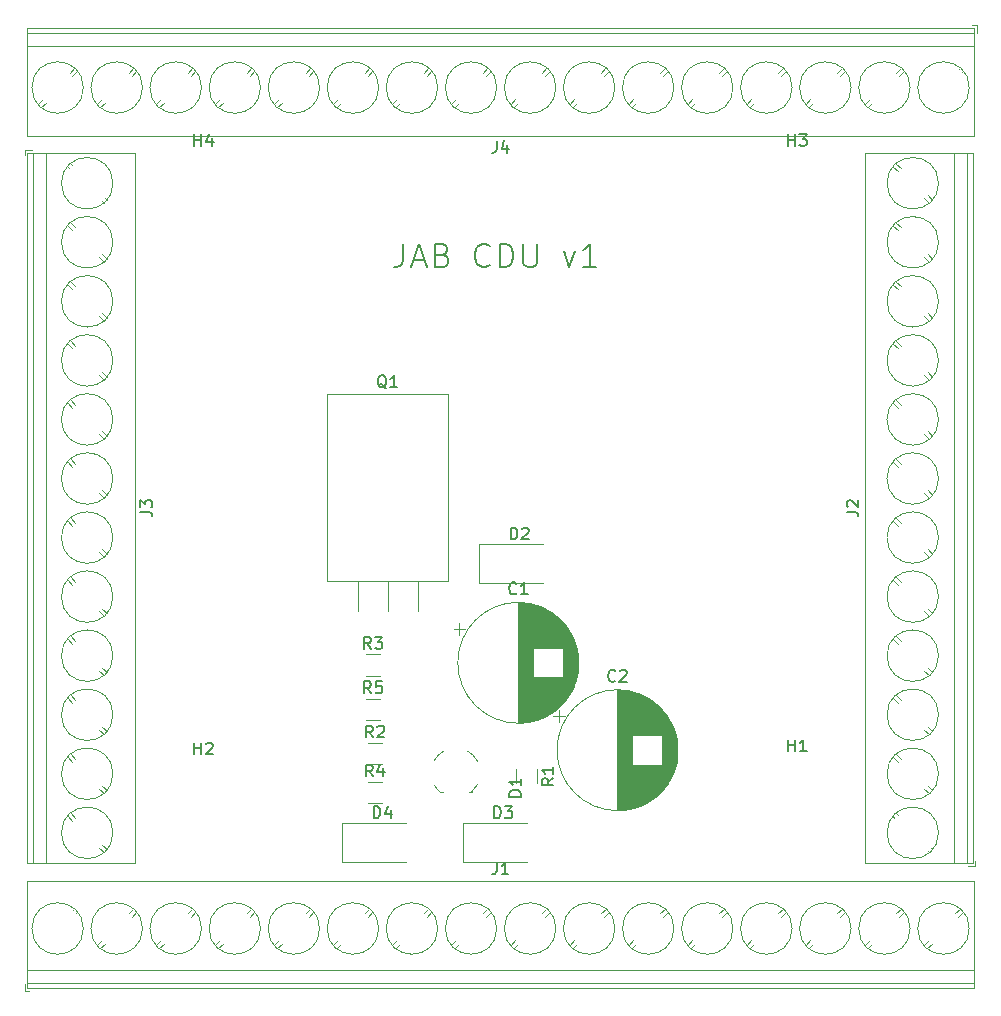
<source format=gbr>
G04 #@! TF.GenerationSoftware,KiCad,Pcbnew,5.1.4*
G04 #@! TF.CreationDate,2020-01-07T14:28:49-05:00*
G04 #@! TF.ProjectId,model-train-cdu,6d6f6465-6c2d-4747-9261-696e2d636475,rev?*
G04 #@! TF.SameCoordinates,Original*
G04 #@! TF.FileFunction,Legend,Top*
G04 #@! TF.FilePolarity,Positive*
%FSLAX46Y46*%
G04 Gerber Fmt 4.6, Leading zero omitted, Abs format (unit mm)*
G04 Created by KiCad (PCBNEW 5.1.4) date 2020-01-07 14:28:49*
%MOMM*%
%LPD*%
G04 APERTURE LIST*
%ADD10C,0.200000*%
%ADD11C,0.120000*%
%ADD12C,0.100000*%
%ADD13C,0.150000*%
G04 APERTURE END LIST*
D10*
X73142857Y39095238D02*
X73142857Y37666666D01*
X73047619Y37380952D01*
X72857142Y37190476D01*
X72571428Y37095238D01*
X72380952Y37095238D01*
X74000000Y37666666D02*
X74952380Y37666666D01*
X73809523Y37095238D02*
X74476190Y39095238D01*
X75142857Y37095238D01*
X76476190Y38142857D02*
X76761904Y38047619D01*
X76857142Y37952380D01*
X76952380Y37761904D01*
X76952380Y37476190D01*
X76857142Y37285714D01*
X76761904Y37190476D01*
X76571428Y37095238D01*
X75809523Y37095238D01*
X75809523Y39095238D01*
X76476190Y39095238D01*
X76666666Y39000000D01*
X76761904Y38904761D01*
X76857142Y38714285D01*
X76857142Y38523809D01*
X76761904Y38333333D01*
X76666666Y38238095D01*
X76476190Y38142857D01*
X75809523Y38142857D01*
X80476190Y37285714D02*
X80380952Y37190476D01*
X80095238Y37095238D01*
X79904761Y37095238D01*
X79619047Y37190476D01*
X79428571Y37380952D01*
X79333333Y37571428D01*
X79238095Y37952380D01*
X79238095Y38238095D01*
X79333333Y38619047D01*
X79428571Y38809523D01*
X79619047Y39000000D01*
X79904761Y39095238D01*
X80095238Y39095238D01*
X80380952Y39000000D01*
X80476190Y38904761D01*
X81333333Y37095238D02*
X81333333Y39095238D01*
X81809523Y39095238D01*
X82095238Y39000000D01*
X82285714Y38809523D01*
X82380952Y38619047D01*
X82476190Y38238095D01*
X82476190Y37952380D01*
X82380952Y37571428D01*
X82285714Y37380952D01*
X82095238Y37190476D01*
X81809523Y37095238D01*
X81333333Y37095238D01*
X83333333Y39095238D02*
X83333333Y37476190D01*
X83428571Y37285714D01*
X83523809Y37190476D01*
X83714285Y37095238D01*
X84095238Y37095238D01*
X84285714Y37190476D01*
X84380952Y37285714D01*
X84476190Y37476190D01*
X84476190Y39095238D01*
X86761904Y38428571D02*
X87238095Y37095238D01*
X87714285Y38428571D01*
X89523809Y37095238D02*
X88380952Y37095238D01*
X88952380Y37095238D02*
X88952380Y39095238D01*
X88761904Y38809523D01*
X88571428Y38619047D01*
X88380952Y38523809D01*
D11*
X41100000Y47000000D02*
X41100000Y46600000D01*
X41740000Y47000000D02*
X41100000Y47000000D01*
X45408000Y-9542000D02*
X45012000Y-9147000D01*
X48054000Y-12188000D02*
X47674000Y-11808000D01*
X45126000Y-9793000D02*
X44746000Y-9413000D01*
X47788000Y-12454000D02*
X47392000Y-12059000D01*
X45408000Y-4542000D02*
X45012000Y-4147000D01*
X48054000Y-7188000D02*
X47674000Y-6808000D01*
X45126000Y-4793000D02*
X44746000Y-4413000D01*
X47788000Y-7454000D02*
X47392000Y-7059000D01*
X45408000Y458000D02*
X45012000Y853000D01*
X48054000Y-2188000D02*
X47674000Y-1808000D01*
X45126000Y207000D02*
X44746000Y587000D01*
X47788000Y-2454000D02*
X47392000Y-2059000D01*
X45408000Y5458000D02*
X45012000Y5853000D01*
X48054000Y2812000D02*
X47674000Y3192000D01*
X45126000Y5207000D02*
X44746000Y5587000D01*
X47788000Y2546000D02*
X47392000Y2941000D01*
X45408000Y10458000D02*
X45012000Y10853000D01*
X48054000Y7812000D02*
X47674000Y8192000D01*
X45126000Y10207000D02*
X44746000Y10587000D01*
X47788000Y7546000D02*
X47392000Y7941000D01*
X45408000Y15458000D02*
X45012000Y15853000D01*
X48054000Y12812000D02*
X47674000Y13192000D01*
X45126000Y15207000D02*
X44746000Y15587000D01*
X47788000Y12546000D02*
X47392000Y12941000D01*
X45408000Y20458000D02*
X45012000Y20853000D01*
X48054000Y17812000D02*
X47674000Y18192000D01*
X45126000Y20207000D02*
X44746000Y20587000D01*
X47788000Y17546000D02*
X47392000Y17941000D01*
X45408000Y25458000D02*
X45012000Y25853000D01*
X48054000Y22812000D02*
X47674000Y23192000D01*
X45126000Y25207000D02*
X44746000Y25587000D01*
X47788000Y22546000D02*
X47392000Y22941000D01*
X45408000Y30458000D02*
X45012000Y30853000D01*
X48054000Y27812000D02*
X47674000Y28192000D01*
X45126000Y30207000D02*
X44746000Y30587000D01*
X47788000Y27546000D02*
X47392000Y27941000D01*
X45408000Y35458000D02*
X45012000Y35853000D01*
X48054000Y32812000D02*
X47674000Y33192000D01*
X45126000Y35207000D02*
X44746000Y35587000D01*
X47788000Y32546000D02*
X47392000Y32941000D01*
X45408000Y40458000D02*
X45012000Y40853000D01*
X48054000Y37812000D02*
X47674000Y38192000D01*
X45126000Y40207000D02*
X44746000Y40587000D01*
X47788000Y37546000D02*
X47392000Y37941000D01*
X45119000Y45748000D02*
X45012000Y45854000D01*
X48054000Y42812000D02*
X47947000Y42919000D01*
X44853000Y45482000D02*
X44746000Y45588000D01*
X47788000Y42546000D02*
X47681000Y42653000D01*
X50460000Y-13360000D02*
X41340000Y-13360000D01*
X50460000Y46760000D02*
X41340000Y46760000D01*
X41340000Y46760000D02*
X41340000Y-13360000D01*
X50460000Y46760000D02*
X50460000Y-13360000D01*
X42900000Y46760000D02*
X42900000Y-13360000D01*
X41800000Y46760000D02*
X41800000Y-13360000D01*
X48580000Y-10800000D02*
G75*
G03X48580000Y-10800000I-2180000J0D01*
G01*
X48580000Y-5800000D02*
G75*
G03X48580000Y-5800000I-2180000J0D01*
G01*
X48580000Y-800000D02*
G75*
G03X48580000Y-800000I-2180000J0D01*
G01*
X48580000Y4200000D02*
G75*
G03X48580000Y4200000I-2180000J0D01*
G01*
X48580000Y9200000D02*
G75*
G03X48580000Y9200000I-2180000J0D01*
G01*
X48580000Y14200000D02*
G75*
G03X48580000Y14200000I-2180000J0D01*
G01*
X48580000Y19200000D02*
G75*
G03X48580000Y19200000I-2180000J0D01*
G01*
X48580000Y24200000D02*
G75*
G03X48580000Y24200000I-2180000J0D01*
G01*
X48580000Y29200000D02*
G75*
G03X48580000Y29200000I-2180000J0D01*
G01*
X48580000Y34200000D02*
G75*
G03X48580000Y34200000I-2180000J0D01*
G01*
X48580000Y39200000D02*
G75*
G03X48580000Y39200000I-2180000J0D01*
G01*
X48580000Y44200000D02*
G75*
G03X48580000Y44200000I-2180000J0D01*
G01*
X121600000Y-13600000D02*
X121600000Y-13200000D01*
X120960000Y-13600000D02*
X121600000Y-13600000D01*
X117292000Y42942000D02*
X117688000Y42547000D01*
X114646000Y45588000D02*
X115026000Y45208000D01*
X117574000Y43193000D02*
X117954000Y42813000D01*
X114912000Y45854000D02*
X115308000Y45459000D01*
X117292000Y37942000D02*
X117688000Y37547000D01*
X114646000Y40588000D02*
X115026000Y40208000D01*
X117574000Y38193000D02*
X117954000Y37813000D01*
X114912000Y40854000D02*
X115308000Y40459000D01*
X117292000Y32942000D02*
X117688000Y32547000D01*
X114646000Y35588000D02*
X115026000Y35208000D01*
X117574000Y33193000D02*
X117954000Y32813000D01*
X114912000Y35854000D02*
X115308000Y35459000D01*
X117292000Y27942000D02*
X117688000Y27547000D01*
X114646000Y30588000D02*
X115026000Y30208000D01*
X117574000Y28193000D02*
X117954000Y27813000D01*
X114912000Y30854000D02*
X115308000Y30459000D01*
X117292000Y22942000D02*
X117688000Y22547000D01*
X114646000Y25588000D02*
X115026000Y25208000D01*
X117574000Y23193000D02*
X117954000Y22813000D01*
X114912000Y25854000D02*
X115308000Y25459000D01*
X117292000Y17942000D02*
X117688000Y17547000D01*
X114646000Y20588000D02*
X115026000Y20208000D01*
X117574000Y18193000D02*
X117954000Y17813000D01*
X114912000Y20854000D02*
X115308000Y20459000D01*
X117292000Y12942000D02*
X117688000Y12547000D01*
X114646000Y15588000D02*
X115026000Y15208000D01*
X117574000Y13193000D02*
X117954000Y12813000D01*
X114912000Y15854000D02*
X115308000Y15459000D01*
X117292000Y7942000D02*
X117688000Y7547000D01*
X114646000Y10588000D02*
X115026000Y10208000D01*
X117574000Y8193000D02*
X117954000Y7813000D01*
X114912000Y10854000D02*
X115308000Y10459000D01*
X117292000Y2942000D02*
X117688000Y2547000D01*
X114646000Y5588000D02*
X115026000Y5208000D01*
X117574000Y3193000D02*
X117954000Y2813000D01*
X114912000Y5854000D02*
X115308000Y5459000D01*
X117292000Y-2058000D02*
X117688000Y-2453000D01*
X114646000Y588000D02*
X115026000Y208000D01*
X117574000Y-1807000D02*
X117954000Y-2187000D01*
X114912000Y854000D02*
X115308000Y459000D01*
X117292000Y-7058000D02*
X117688000Y-7453000D01*
X114646000Y-4412000D02*
X115026000Y-4792000D01*
X117574000Y-6807000D02*
X117954000Y-7187000D01*
X114912000Y-4146000D02*
X115308000Y-4541000D01*
X117581000Y-12348000D02*
X117688000Y-12454000D01*
X114646000Y-9412000D02*
X114753000Y-9519000D01*
X117847000Y-12082000D02*
X117954000Y-12188000D01*
X114912000Y-9146000D02*
X115019000Y-9253000D01*
X112240000Y46760000D02*
X121360000Y46760000D01*
X112240000Y-13360000D02*
X121360000Y-13360000D01*
X121360000Y-13360000D02*
X121360000Y46760000D01*
X112240000Y-13360000D02*
X112240000Y46760000D01*
X119800000Y-13360000D02*
X119800000Y46760000D01*
X120900000Y-13360000D02*
X120900000Y46760000D01*
X118480000Y44200000D02*
G75*
G03X118480000Y44200000I-2180000J0D01*
G01*
X118480000Y39200000D02*
G75*
G03X118480000Y39200000I-2180000J0D01*
G01*
X118480000Y34200000D02*
G75*
G03X118480000Y34200000I-2180000J0D01*
G01*
X118480000Y29200000D02*
G75*
G03X118480000Y29200000I-2180000J0D01*
G01*
X118480000Y24200000D02*
G75*
G03X118480000Y24200000I-2180000J0D01*
G01*
X118480000Y19200000D02*
G75*
G03X118480000Y19200000I-2180000J0D01*
G01*
X118480000Y14200000D02*
G75*
G03X118480000Y14200000I-2180000J0D01*
G01*
X118480000Y9200000D02*
G75*
G03X118480000Y9200000I-2180000J0D01*
G01*
X118480000Y4200000D02*
G75*
G03X118480000Y4200000I-2180000J0D01*
G01*
X118480000Y-800000D02*
G75*
G03X118480000Y-800000I-2180000J0D01*
G01*
X118480000Y-5800000D02*
G75*
G03X118480000Y-5800000I-2180000J0D01*
G01*
X118480000Y-10800000D02*
G75*
G03X118480000Y-10800000I-2180000J0D01*
G01*
X121700000Y57600000D02*
X121300000Y57600000D01*
X121700000Y56960000D02*
X121700000Y57600000D01*
X45158000Y53292000D02*
X45553000Y53688000D01*
X42512000Y50646000D02*
X42892000Y51026000D01*
X44907000Y53574000D02*
X45287000Y53954000D01*
X42246000Y50912000D02*
X42641000Y51308000D01*
X50158000Y53292000D02*
X50553000Y53688000D01*
X47512000Y50646000D02*
X47892000Y51026000D01*
X49907000Y53574000D02*
X50287000Y53954000D01*
X47246000Y50912000D02*
X47641000Y51308000D01*
X55158000Y53292000D02*
X55553000Y53688000D01*
X52512000Y50646000D02*
X52892000Y51026000D01*
X54907000Y53574000D02*
X55287000Y53954000D01*
X52246000Y50912000D02*
X52641000Y51308000D01*
X60158000Y53292000D02*
X60553000Y53688000D01*
X57512000Y50646000D02*
X57892000Y51026000D01*
X59907000Y53574000D02*
X60287000Y53954000D01*
X57246000Y50912000D02*
X57641000Y51308000D01*
X65158000Y53292000D02*
X65553000Y53688000D01*
X62512000Y50646000D02*
X62892000Y51026000D01*
X64907000Y53574000D02*
X65287000Y53954000D01*
X62246000Y50912000D02*
X62641000Y51308000D01*
X70158000Y53292000D02*
X70553000Y53688000D01*
X67512000Y50646000D02*
X67892000Y51026000D01*
X69907000Y53574000D02*
X70287000Y53954000D01*
X67246000Y50912000D02*
X67641000Y51308000D01*
X75158000Y53292000D02*
X75553000Y53688000D01*
X72512000Y50646000D02*
X72892000Y51026000D01*
X74907000Y53574000D02*
X75287000Y53954000D01*
X72246000Y50912000D02*
X72641000Y51308000D01*
X80158000Y53292000D02*
X80553000Y53688000D01*
X77512000Y50646000D02*
X77892000Y51026000D01*
X79907000Y53574000D02*
X80287000Y53954000D01*
X77246000Y50912000D02*
X77641000Y51308000D01*
X85158000Y53292000D02*
X85553000Y53688000D01*
X82512000Y50646000D02*
X82892000Y51026000D01*
X84907000Y53574000D02*
X85287000Y53954000D01*
X82246000Y50912000D02*
X82641000Y51308000D01*
X90158000Y53292000D02*
X90553000Y53688000D01*
X87512000Y50646000D02*
X87892000Y51026000D01*
X89907000Y53574000D02*
X90287000Y53954000D01*
X87246000Y50912000D02*
X87641000Y51308000D01*
X95158000Y53292000D02*
X95553000Y53688000D01*
X92512000Y50646000D02*
X92892000Y51026000D01*
X94907000Y53574000D02*
X95287000Y53954000D01*
X92246000Y50912000D02*
X92641000Y51308000D01*
X100158000Y53292000D02*
X100553000Y53688000D01*
X97512000Y50646000D02*
X97892000Y51026000D01*
X99907000Y53574000D02*
X100287000Y53954000D01*
X97246000Y50912000D02*
X97641000Y51308000D01*
X105158000Y53292000D02*
X105553000Y53688000D01*
X102512000Y50646000D02*
X102892000Y51026000D01*
X104907000Y53574000D02*
X105287000Y53954000D01*
X102246000Y50912000D02*
X102641000Y51308000D01*
X110158000Y53292000D02*
X110553000Y53688000D01*
X107512000Y50646000D02*
X107892000Y51026000D01*
X109907000Y53574000D02*
X110287000Y53954000D01*
X107246000Y50912000D02*
X107641000Y51308000D01*
X115158000Y53292000D02*
X115553000Y53688000D01*
X112512000Y50646000D02*
X112892000Y51026000D01*
X114907000Y53574000D02*
X115287000Y53954000D01*
X112246000Y50912000D02*
X112641000Y51308000D01*
X120448000Y53581000D02*
X120554000Y53688000D01*
X117512000Y50646000D02*
X117619000Y50753000D01*
X120182000Y53847000D02*
X120288000Y53954000D01*
X117246000Y50912000D02*
X117353000Y51019000D01*
X41340000Y48240000D02*
X41340000Y57360000D01*
X121460000Y48240000D02*
X121460000Y57360000D01*
X121460000Y57360000D02*
X41340000Y57360000D01*
X121460000Y48240000D02*
X41340000Y48240000D01*
X121460000Y55800000D02*
X41340000Y55800000D01*
X121460000Y56900000D02*
X41340000Y56900000D01*
X46080000Y52300000D02*
G75*
G03X46080000Y52300000I-2180000J0D01*
G01*
X51080000Y52300000D02*
G75*
G03X51080000Y52300000I-2180000J0D01*
G01*
X56080000Y52300000D02*
G75*
G03X56080000Y52300000I-2180000J0D01*
G01*
X61080000Y52300000D02*
G75*
G03X61080000Y52300000I-2180000J0D01*
G01*
X66080000Y52300000D02*
G75*
G03X66080000Y52300000I-2180000J0D01*
G01*
X71080000Y52300000D02*
G75*
G03X71080000Y52300000I-2180000J0D01*
G01*
X76080000Y52300000D02*
G75*
G03X76080000Y52300000I-2180000J0D01*
G01*
X81080000Y52300000D02*
G75*
G03X81080000Y52300000I-2180000J0D01*
G01*
X86080000Y52300000D02*
G75*
G03X86080000Y52300000I-2180000J0D01*
G01*
X91080000Y52300000D02*
G75*
G03X91080000Y52300000I-2180000J0D01*
G01*
X96080000Y52300000D02*
G75*
G03X96080000Y52300000I-2180000J0D01*
G01*
X101080000Y52300000D02*
G75*
G03X101080000Y52300000I-2180000J0D01*
G01*
X106080000Y52300000D02*
G75*
G03X106080000Y52300000I-2180000J0D01*
G01*
X111080000Y52300000D02*
G75*
G03X111080000Y52300000I-2180000J0D01*
G01*
X116080000Y52300000D02*
G75*
G03X116080000Y52300000I-2180000J0D01*
G01*
X121080000Y52300000D02*
G75*
G03X121080000Y52300000I-2180000J0D01*
G01*
X41100000Y-24200000D02*
X41500000Y-24200000D01*
X41100000Y-23560000D02*
X41100000Y-24200000D01*
X117642000Y-19892000D02*
X117247000Y-20288000D01*
X120288000Y-17246000D02*
X119908000Y-17626000D01*
X117893000Y-20174000D02*
X117513000Y-20554000D01*
X120554000Y-17512000D02*
X120159000Y-17908000D01*
X112642000Y-19892000D02*
X112247000Y-20288000D01*
X115288000Y-17246000D02*
X114908000Y-17626000D01*
X112893000Y-20174000D02*
X112513000Y-20554000D01*
X115554000Y-17512000D02*
X115159000Y-17908000D01*
X107642000Y-19892000D02*
X107247000Y-20288000D01*
X110288000Y-17246000D02*
X109908000Y-17626000D01*
X107893000Y-20174000D02*
X107513000Y-20554000D01*
X110554000Y-17512000D02*
X110159000Y-17908000D01*
X102642000Y-19892000D02*
X102247000Y-20288000D01*
X105288000Y-17246000D02*
X104908000Y-17626000D01*
X102893000Y-20174000D02*
X102513000Y-20554000D01*
X105554000Y-17512000D02*
X105159000Y-17908000D01*
X97642000Y-19892000D02*
X97247000Y-20288000D01*
X100288000Y-17246000D02*
X99908000Y-17626000D01*
X97893000Y-20174000D02*
X97513000Y-20554000D01*
X100554000Y-17512000D02*
X100159000Y-17908000D01*
X92642000Y-19892000D02*
X92247000Y-20288000D01*
X95288000Y-17246000D02*
X94908000Y-17626000D01*
X92893000Y-20174000D02*
X92513000Y-20554000D01*
X95554000Y-17512000D02*
X95159000Y-17908000D01*
X87642000Y-19892000D02*
X87247000Y-20288000D01*
X90288000Y-17246000D02*
X89908000Y-17626000D01*
X87893000Y-20174000D02*
X87513000Y-20554000D01*
X90554000Y-17512000D02*
X90159000Y-17908000D01*
X82642000Y-19892000D02*
X82247000Y-20288000D01*
X85288000Y-17246000D02*
X84908000Y-17626000D01*
X82893000Y-20174000D02*
X82513000Y-20554000D01*
X85554000Y-17512000D02*
X85159000Y-17908000D01*
X77642000Y-19892000D02*
X77247000Y-20288000D01*
X80288000Y-17246000D02*
X79908000Y-17626000D01*
X77893000Y-20174000D02*
X77513000Y-20554000D01*
X80554000Y-17512000D02*
X80159000Y-17908000D01*
X72642000Y-19892000D02*
X72247000Y-20288000D01*
X75288000Y-17246000D02*
X74908000Y-17626000D01*
X72893000Y-20174000D02*
X72513000Y-20554000D01*
X75554000Y-17512000D02*
X75159000Y-17908000D01*
X67642000Y-19892000D02*
X67247000Y-20288000D01*
X70288000Y-17246000D02*
X69908000Y-17626000D01*
X67893000Y-20174000D02*
X67513000Y-20554000D01*
X70554000Y-17512000D02*
X70159000Y-17908000D01*
X62642000Y-19892000D02*
X62247000Y-20288000D01*
X65288000Y-17246000D02*
X64908000Y-17626000D01*
X62893000Y-20174000D02*
X62513000Y-20554000D01*
X65554000Y-17512000D02*
X65159000Y-17908000D01*
X57642000Y-19892000D02*
X57247000Y-20288000D01*
X60288000Y-17246000D02*
X59908000Y-17626000D01*
X57893000Y-20174000D02*
X57513000Y-20554000D01*
X60554000Y-17512000D02*
X60159000Y-17908000D01*
X52642000Y-19892000D02*
X52247000Y-20288000D01*
X55288000Y-17246000D02*
X54908000Y-17626000D01*
X52893000Y-20174000D02*
X52513000Y-20554000D01*
X55554000Y-17512000D02*
X55159000Y-17908000D01*
X47642000Y-19892000D02*
X47247000Y-20288000D01*
X50288000Y-17246000D02*
X49908000Y-17626000D01*
X47893000Y-20174000D02*
X47513000Y-20554000D01*
X50554000Y-17512000D02*
X50159000Y-17908000D01*
X42352000Y-20181000D02*
X42246000Y-20288000D01*
X45288000Y-17246000D02*
X45181000Y-17353000D01*
X42618000Y-20447000D02*
X42512000Y-20554000D01*
X45554000Y-17512000D02*
X45447000Y-17619000D01*
X121460000Y-14840000D02*
X121460000Y-23960000D01*
X41340000Y-14840000D02*
X41340000Y-23960000D01*
X41340000Y-23960000D02*
X121460000Y-23960000D01*
X41340000Y-14840000D02*
X121460000Y-14840000D01*
X41340000Y-22400000D02*
X121460000Y-22400000D01*
X41340000Y-23500000D02*
X121460000Y-23500000D01*
X121080000Y-18900000D02*
G75*
G03X121080000Y-18900000I-2180000J0D01*
G01*
X116080000Y-18900000D02*
G75*
G03X116080000Y-18900000I-2180000J0D01*
G01*
X111080000Y-18900000D02*
G75*
G03X111080000Y-18900000I-2180000J0D01*
G01*
X106080000Y-18900000D02*
G75*
G03X106080000Y-18900000I-2180000J0D01*
G01*
X101080000Y-18900000D02*
G75*
G03X101080000Y-18900000I-2180000J0D01*
G01*
X96080000Y-18900000D02*
G75*
G03X96080000Y-18900000I-2180000J0D01*
G01*
X91080000Y-18900000D02*
G75*
G03X91080000Y-18900000I-2180000J0D01*
G01*
X86080000Y-18900000D02*
G75*
G03X86080000Y-18900000I-2180000J0D01*
G01*
X81080000Y-18900000D02*
G75*
G03X81080000Y-18900000I-2180000J0D01*
G01*
X76080000Y-18900000D02*
G75*
G03X76080000Y-18900000I-2180000J0D01*
G01*
X71080000Y-18900000D02*
G75*
G03X71080000Y-18900000I-2180000J0D01*
G01*
X66080000Y-18900000D02*
G75*
G03X66080000Y-18900000I-2180000J0D01*
G01*
X61080000Y-18900000D02*
G75*
G03X61080000Y-18900000I-2180000J0D01*
G01*
X56080000Y-18900000D02*
G75*
G03X56080000Y-18900000I-2180000J0D01*
G01*
X51080000Y-18900000D02*
G75*
G03X51080000Y-18900000I-2180000J0D01*
G01*
X46080000Y-18900000D02*
G75*
G03X46080000Y-18900000I-2180000J0D01*
G01*
X69997936Y-1260000D02*
X71202064Y-1260000D01*
X69997936Y560000D02*
X71202064Y560000D01*
X70152937Y-8295001D02*
X71357065Y-8295001D01*
X70152937Y-6475001D02*
X71357065Y-6475001D01*
X69997936Y2490000D02*
X71202064Y2490000D01*
X69997936Y4310000D02*
X71202064Y4310000D01*
X70152937Y-5005001D02*
X71357065Y-5005001D01*
X70152937Y-3185001D02*
X71357065Y-3185001D01*
X82690000Y-5397936D02*
X82690000Y-6602064D01*
X84510000Y-5397936D02*
X84510000Y-6602064D01*
X74380000Y10490000D02*
X74380000Y7950000D01*
X71840000Y10490000D02*
X71840000Y7950000D01*
X69300000Y10490000D02*
X69300000Y7950000D01*
X76960000Y26380000D02*
X76960000Y10490000D01*
X66720000Y26380000D02*
X66720000Y10490000D01*
X66720000Y26380000D02*
X76960000Y26380000D01*
X66720000Y10490000D02*
X76960000Y10490000D01*
X68000000Y-9950000D02*
X73400000Y-9950000D01*
X68000000Y-13250000D02*
X73400000Y-13250000D01*
X68000000Y-9950000D02*
X68000000Y-13250000D01*
X78200000Y-9950000D02*
X83600000Y-9950000D01*
X78200000Y-13250000D02*
X83600000Y-13250000D01*
X78200000Y-9950000D02*
X78200000Y-13250000D01*
X79600000Y13650000D02*
X85000000Y13650000D01*
X79600000Y10350000D02*
X85000000Y10350000D01*
X79600000Y13650000D02*
X79600000Y10350000D01*
D12*
X79441615Y-6725467D02*
G75*
G02X78950000Y-7330000I-1841615J995467D01*
G01*
X76243853Y-7337285D02*
G75*
G02X75750000Y-6730000I1356147J1607285D01*
G01*
X78600000Y-3880000D02*
G75*
G02X79450000Y-4730000I-1000000J-1850000D01*
G01*
X75750000Y-4730000D02*
G75*
G02X76600000Y-3880000I1850000J-1000000D01*
G01*
X76250000Y-7330000D02*
X76500000Y-7330000D01*
X78950000Y-7330000D02*
X78700000Y-7330000D01*
D11*
X86320354Y-425000D02*
X86320354Y-1425000D01*
X85820354Y-925000D02*
X86820354Y-925000D01*
X96381000Y-3201000D02*
X96381000Y-4399000D01*
X96341000Y-2938000D02*
X96341000Y-4662000D01*
X96301000Y-2738000D02*
X96301000Y-4862000D01*
X96261000Y-2570000D02*
X96261000Y-5030000D01*
X96221000Y-2422000D02*
X96221000Y-5178000D01*
X96181000Y-2290000D02*
X96181000Y-5310000D01*
X96141000Y-2170000D02*
X96141000Y-5430000D01*
X96101000Y-2058000D02*
X96101000Y-5542000D01*
X96061000Y-1954000D02*
X96061000Y-5646000D01*
X96021000Y-1856000D02*
X96021000Y-5744000D01*
X95981000Y-1763000D02*
X95981000Y-5837000D01*
X95941000Y-1675000D02*
X95941000Y-5925000D01*
X95901000Y-1591000D02*
X95901000Y-6009000D01*
X95861000Y-1511000D02*
X95861000Y-6089000D01*
X95821000Y-1435000D02*
X95821000Y-6165000D01*
X95781000Y-1361000D02*
X95781000Y-6239000D01*
X95741000Y-1290000D02*
X95741000Y-6310000D01*
X95701000Y-1221000D02*
X95701000Y-6379000D01*
X95661000Y-1155000D02*
X95661000Y-6445000D01*
X95621000Y-1091000D02*
X95621000Y-6509000D01*
X95581000Y-1030000D02*
X95581000Y-6570000D01*
X95541000Y-970000D02*
X95541000Y-6630000D01*
X95501000Y-911000D02*
X95501000Y-6689000D01*
X95461000Y-855000D02*
X95461000Y-6745000D01*
X95421000Y-800000D02*
X95421000Y-6800000D01*
X95381000Y-746000D02*
X95381000Y-6854000D01*
X95341000Y-694000D02*
X95341000Y-6906000D01*
X95301000Y-644000D02*
X95301000Y-6956000D01*
X95261000Y-594000D02*
X95261000Y-7006000D01*
X95221000Y-546000D02*
X95221000Y-7054000D01*
X95181000Y-499000D02*
X95181000Y-7101000D01*
X95141000Y-453000D02*
X95141000Y-7147000D01*
X95101000Y-408000D02*
X95101000Y-7192000D01*
X95061000Y-364000D02*
X95061000Y-7236000D01*
X95021000Y-5041000D02*
X95021000Y-7278000D01*
X95021000Y-322000D02*
X95021000Y-2559000D01*
X94981000Y-5041000D02*
X94981000Y-7320000D01*
X94981000Y-280000D02*
X94981000Y-2559000D01*
X94941000Y-5041000D02*
X94941000Y-7361000D01*
X94941000Y-239000D02*
X94941000Y-2559000D01*
X94901000Y-5041000D02*
X94901000Y-7401000D01*
X94901000Y-199000D02*
X94901000Y-2559000D01*
X94861000Y-5041000D02*
X94861000Y-7440000D01*
X94861000Y-160000D02*
X94861000Y-2559000D01*
X94821000Y-5041000D02*
X94821000Y-7479000D01*
X94821000Y-121000D02*
X94821000Y-2559000D01*
X94781000Y-5041000D02*
X94781000Y-7516000D01*
X94781000Y-84000D02*
X94781000Y-2559000D01*
X94741000Y-5041000D02*
X94741000Y-7553000D01*
X94741000Y-47000D02*
X94741000Y-2559000D01*
X94701000Y-5041000D02*
X94701000Y-7589000D01*
X94701000Y-11000D02*
X94701000Y-2559000D01*
X94661000Y-5041000D02*
X94661000Y-7624000D01*
X94661000Y24000D02*
X94661000Y-2559000D01*
X94621000Y-5041000D02*
X94621000Y-7658000D01*
X94621000Y58000D02*
X94621000Y-2559000D01*
X94581000Y-5041000D02*
X94581000Y-7692000D01*
X94581000Y92000D02*
X94581000Y-2559000D01*
X94541000Y-5041000D02*
X94541000Y-7725000D01*
X94541000Y125000D02*
X94541000Y-2559000D01*
X94501000Y-5041000D02*
X94501000Y-7757000D01*
X94501000Y157000D02*
X94501000Y-2559000D01*
X94461000Y-5041000D02*
X94461000Y-7789000D01*
X94461000Y189000D02*
X94461000Y-2559000D01*
X94421000Y-5041000D02*
X94421000Y-7820000D01*
X94421000Y220000D02*
X94421000Y-2559000D01*
X94381000Y-5041000D02*
X94381000Y-7850000D01*
X94381000Y250000D02*
X94381000Y-2559000D01*
X94341000Y-5041000D02*
X94341000Y-7880000D01*
X94341000Y280000D02*
X94341000Y-2559000D01*
X94301000Y-5041000D02*
X94301000Y-7910000D01*
X94301000Y310000D02*
X94301000Y-2559000D01*
X94261000Y-5041000D02*
X94261000Y-7938000D01*
X94261000Y338000D02*
X94261000Y-2559000D01*
X94221000Y-5041000D02*
X94221000Y-7966000D01*
X94221000Y366000D02*
X94221000Y-2559000D01*
X94181000Y-5041000D02*
X94181000Y-7994000D01*
X94181000Y394000D02*
X94181000Y-2559000D01*
X94141000Y-5041000D02*
X94141000Y-8021000D01*
X94141000Y421000D02*
X94141000Y-2559000D01*
X94101000Y-5041000D02*
X94101000Y-8047000D01*
X94101000Y447000D02*
X94101000Y-2559000D01*
X94061000Y-5041000D02*
X94061000Y-8073000D01*
X94061000Y473000D02*
X94061000Y-2559000D01*
X94021000Y-5041000D02*
X94021000Y-8098000D01*
X94021000Y498000D02*
X94021000Y-2559000D01*
X93981000Y-5041000D02*
X93981000Y-8123000D01*
X93981000Y523000D02*
X93981000Y-2559000D01*
X93941000Y-5041000D02*
X93941000Y-8147000D01*
X93941000Y547000D02*
X93941000Y-2559000D01*
X93901000Y-5041000D02*
X93901000Y-8171000D01*
X93901000Y571000D02*
X93901000Y-2559000D01*
X93861000Y-5041000D02*
X93861000Y-8195000D01*
X93861000Y595000D02*
X93861000Y-2559000D01*
X93821000Y-5041000D02*
X93821000Y-8217000D01*
X93821000Y617000D02*
X93821000Y-2559000D01*
X93781000Y-5041000D02*
X93781000Y-8240000D01*
X93781000Y640000D02*
X93781000Y-2559000D01*
X93741000Y-5041000D02*
X93741000Y-8262000D01*
X93741000Y662000D02*
X93741000Y-2559000D01*
X93701000Y-5041000D02*
X93701000Y-8283000D01*
X93701000Y683000D02*
X93701000Y-2559000D01*
X93661000Y-5041000D02*
X93661000Y-8304000D01*
X93661000Y704000D02*
X93661000Y-2559000D01*
X93621000Y-5041000D02*
X93621000Y-8325000D01*
X93621000Y725000D02*
X93621000Y-2559000D01*
X93581000Y-5041000D02*
X93581000Y-8345000D01*
X93581000Y745000D02*
X93581000Y-2559000D01*
X93541000Y-5041000D02*
X93541000Y-8364000D01*
X93541000Y764000D02*
X93541000Y-2559000D01*
X93501000Y-5041000D02*
X93501000Y-8384000D01*
X93501000Y784000D02*
X93501000Y-2559000D01*
X93461000Y-5041000D02*
X93461000Y-8403000D01*
X93461000Y803000D02*
X93461000Y-2559000D01*
X93421000Y-5041000D02*
X93421000Y-8421000D01*
X93421000Y821000D02*
X93421000Y-2559000D01*
X93381000Y-5041000D02*
X93381000Y-8439000D01*
X93381000Y839000D02*
X93381000Y-2559000D01*
X93341000Y-5041000D02*
X93341000Y-8457000D01*
X93341000Y857000D02*
X93341000Y-2559000D01*
X93301000Y-5041000D02*
X93301000Y-8474000D01*
X93301000Y874000D02*
X93301000Y-2559000D01*
X93261000Y-5041000D02*
X93261000Y-8490000D01*
X93261000Y890000D02*
X93261000Y-2559000D01*
X93221000Y-5041000D02*
X93221000Y-8507000D01*
X93221000Y907000D02*
X93221000Y-2559000D01*
X93181000Y-5041000D02*
X93181000Y-8523000D01*
X93181000Y923000D02*
X93181000Y-2559000D01*
X93141000Y-5041000D02*
X93141000Y-8538000D01*
X93141000Y938000D02*
X93141000Y-2559000D01*
X93101000Y-5041000D02*
X93101000Y-8554000D01*
X93101000Y954000D02*
X93101000Y-2559000D01*
X93061000Y-5041000D02*
X93061000Y-8568000D01*
X93061000Y968000D02*
X93061000Y-2559000D01*
X93021000Y-5041000D02*
X93021000Y-8583000D01*
X93021000Y983000D02*
X93021000Y-2559000D01*
X92981000Y-5041000D02*
X92981000Y-8597000D01*
X92981000Y997000D02*
X92981000Y-2559000D01*
X92941000Y-5041000D02*
X92941000Y-8611000D01*
X92941000Y1011000D02*
X92941000Y-2559000D01*
X92901000Y-5041000D02*
X92901000Y-8624000D01*
X92901000Y1024000D02*
X92901000Y-2559000D01*
X92861000Y-5041000D02*
X92861000Y-8637000D01*
X92861000Y1037000D02*
X92861000Y-2559000D01*
X92821000Y-5041000D02*
X92821000Y-8650000D01*
X92821000Y1050000D02*
X92821000Y-2559000D01*
X92781000Y-5041000D02*
X92781000Y-8662000D01*
X92781000Y1062000D02*
X92781000Y-2559000D01*
X92741000Y-5041000D02*
X92741000Y-8674000D01*
X92741000Y1074000D02*
X92741000Y-2559000D01*
X92701000Y-5041000D02*
X92701000Y-8685000D01*
X92701000Y1085000D02*
X92701000Y-2559000D01*
X92661000Y-5041000D02*
X92661000Y-8697000D01*
X92661000Y1097000D02*
X92661000Y-2559000D01*
X92621000Y-5041000D02*
X92621000Y-8707000D01*
X92621000Y1107000D02*
X92621000Y-2559000D01*
X92581000Y-5041000D02*
X92581000Y-8718000D01*
X92581000Y1118000D02*
X92581000Y-2559000D01*
X92541000Y1128000D02*
X92541000Y-8728000D01*
X92501000Y1138000D02*
X92501000Y-8738000D01*
X92461000Y1147000D02*
X92461000Y-8747000D01*
X92421000Y1156000D02*
X92421000Y-8756000D01*
X92381000Y1165000D02*
X92381000Y-8765000D01*
X92341000Y1174000D02*
X92341000Y-8774000D01*
X92301000Y1182000D02*
X92301000Y-8782000D01*
X92261000Y1190000D02*
X92261000Y-8790000D01*
X92221000Y1197000D02*
X92221000Y-8797000D01*
X92181000Y1204000D02*
X92181000Y-8804000D01*
X92141000Y1211000D02*
X92141000Y-8811000D01*
X92101000Y1218000D02*
X92101000Y-8818000D01*
X92061000Y1224000D02*
X92061000Y-8824000D01*
X92021000Y1230000D02*
X92021000Y-8830000D01*
X91980000Y1235000D02*
X91980000Y-8835000D01*
X91940000Y1240000D02*
X91940000Y-8840000D01*
X91900000Y1245000D02*
X91900000Y-8845000D01*
X91860000Y1250000D02*
X91860000Y-8850000D01*
X91820000Y1254000D02*
X91820000Y-8854000D01*
X91780000Y1258000D02*
X91780000Y-8858000D01*
X91740000Y1262000D02*
X91740000Y-8862000D01*
X91700000Y1265000D02*
X91700000Y-8865000D01*
X91660000Y1268000D02*
X91660000Y-8868000D01*
X91620000Y1270000D02*
X91620000Y-8870000D01*
X91580000Y1273000D02*
X91580000Y-8873000D01*
X91540000Y1275000D02*
X91540000Y-8875000D01*
X91500000Y1277000D02*
X91500000Y-8877000D01*
X91460000Y1278000D02*
X91460000Y-8878000D01*
X91420000Y1279000D02*
X91420000Y-8879000D01*
X91380000Y1280000D02*
X91380000Y-8880000D01*
X91340000Y1280000D02*
X91340000Y-8880000D01*
X91300000Y1280000D02*
X91300000Y-8880000D01*
X96420000Y-3800000D02*
G75*
G03X96420000Y-3800000I-5120000J0D01*
G01*
X77920354Y6975000D02*
X77920354Y5975000D01*
X77420354Y6475000D02*
X78420354Y6475000D01*
X87981000Y4199000D02*
X87981000Y3001000D01*
X87941000Y4462000D02*
X87941000Y2738000D01*
X87901000Y4662000D02*
X87901000Y2538000D01*
X87861000Y4830000D02*
X87861000Y2370000D01*
X87821000Y4978000D02*
X87821000Y2222000D01*
X87781000Y5110000D02*
X87781000Y2090000D01*
X87741000Y5230000D02*
X87741000Y1970000D01*
X87701000Y5342000D02*
X87701000Y1858000D01*
X87661000Y5446000D02*
X87661000Y1754000D01*
X87621000Y5544000D02*
X87621000Y1656000D01*
X87581000Y5637000D02*
X87581000Y1563000D01*
X87541000Y5725000D02*
X87541000Y1475000D01*
X87501000Y5809000D02*
X87501000Y1391000D01*
X87461000Y5889000D02*
X87461000Y1311000D01*
X87421000Y5965000D02*
X87421000Y1235000D01*
X87381000Y6039000D02*
X87381000Y1161000D01*
X87341000Y6110000D02*
X87341000Y1090000D01*
X87301000Y6179000D02*
X87301000Y1021000D01*
X87261000Y6245000D02*
X87261000Y955000D01*
X87221000Y6309000D02*
X87221000Y891000D01*
X87181000Y6370000D02*
X87181000Y830000D01*
X87141000Y6430000D02*
X87141000Y770000D01*
X87101000Y6489000D02*
X87101000Y711000D01*
X87061000Y6545000D02*
X87061000Y655000D01*
X87021000Y6600000D02*
X87021000Y600000D01*
X86981000Y6654000D02*
X86981000Y546000D01*
X86941000Y6706000D02*
X86941000Y494000D01*
X86901000Y6756000D02*
X86901000Y444000D01*
X86861000Y6806000D02*
X86861000Y394000D01*
X86821000Y6854000D02*
X86821000Y346000D01*
X86781000Y6901000D02*
X86781000Y299000D01*
X86741000Y6947000D02*
X86741000Y253000D01*
X86701000Y6992000D02*
X86701000Y208000D01*
X86661000Y7036000D02*
X86661000Y164000D01*
X86621000Y2359000D02*
X86621000Y122000D01*
X86621000Y7078000D02*
X86621000Y4841000D01*
X86581000Y2359000D02*
X86581000Y80000D01*
X86581000Y7120000D02*
X86581000Y4841000D01*
X86541000Y2359000D02*
X86541000Y39000D01*
X86541000Y7161000D02*
X86541000Y4841000D01*
X86501000Y2359000D02*
X86501000Y-1000D01*
X86501000Y7201000D02*
X86501000Y4841000D01*
X86461000Y2359000D02*
X86461000Y-40000D01*
X86461000Y7240000D02*
X86461000Y4841000D01*
X86421000Y2359000D02*
X86421000Y-79000D01*
X86421000Y7279000D02*
X86421000Y4841000D01*
X86381000Y2359000D02*
X86381000Y-116000D01*
X86381000Y7316000D02*
X86381000Y4841000D01*
X86341000Y2359000D02*
X86341000Y-153000D01*
X86341000Y7353000D02*
X86341000Y4841000D01*
X86301000Y2359000D02*
X86301000Y-189000D01*
X86301000Y7389000D02*
X86301000Y4841000D01*
X86261000Y2359000D02*
X86261000Y-224000D01*
X86261000Y7424000D02*
X86261000Y4841000D01*
X86221000Y2359000D02*
X86221000Y-258000D01*
X86221000Y7458000D02*
X86221000Y4841000D01*
X86181000Y2359000D02*
X86181000Y-292000D01*
X86181000Y7492000D02*
X86181000Y4841000D01*
X86141000Y2359000D02*
X86141000Y-325000D01*
X86141000Y7525000D02*
X86141000Y4841000D01*
X86101000Y2359000D02*
X86101000Y-357000D01*
X86101000Y7557000D02*
X86101000Y4841000D01*
X86061000Y2359000D02*
X86061000Y-389000D01*
X86061000Y7589000D02*
X86061000Y4841000D01*
X86021000Y2359000D02*
X86021000Y-420000D01*
X86021000Y7620000D02*
X86021000Y4841000D01*
X85981000Y2359000D02*
X85981000Y-450000D01*
X85981000Y7650000D02*
X85981000Y4841000D01*
X85941000Y2359000D02*
X85941000Y-480000D01*
X85941000Y7680000D02*
X85941000Y4841000D01*
X85901000Y2359000D02*
X85901000Y-510000D01*
X85901000Y7710000D02*
X85901000Y4841000D01*
X85861000Y2359000D02*
X85861000Y-538000D01*
X85861000Y7738000D02*
X85861000Y4841000D01*
X85821000Y2359000D02*
X85821000Y-566000D01*
X85821000Y7766000D02*
X85821000Y4841000D01*
X85781000Y2359000D02*
X85781000Y-594000D01*
X85781000Y7794000D02*
X85781000Y4841000D01*
X85741000Y2359000D02*
X85741000Y-621000D01*
X85741000Y7821000D02*
X85741000Y4841000D01*
X85701000Y2359000D02*
X85701000Y-647000D01*
X85701000Y7847000D02*
X85701000Y4841000D01*
X85661000Y2359000D02*
X85661000Y-673000D01*
X85661000Y7873000D02*
X85661000Y4841000D01*
X85621000Y2359000D02*
X85621000Y-698000D01*
X85621000Y7898000D02*
X85621000Y4841000D01*
X85581000Y2359000D02*
X85581000Y-723000D01*
X85581000Y7923000D02*
X85581000Y4841000D01*
X85541000Y2359000D02*
X85541000Y-747000D01*
X85541000Y7947000D02*
X85541000Y4841000D01*
X85501000Y2359000D02*
X85501000Y-771000D01*
X85501000Y7971000D02*
X85501000Y4841000D01*
X85461000Y2359000D02*
X85461000Y-795000D01*
X85461000Y7995000D02*
X85461000Y4841000D01*
X85421000Y2359000D02*
X85421000Y-817000D01*
X85421000Y8017000D02*
X85421000Y4841000D01*
X85381000Y2359000D02*
X85381000Y-840000D01*
X85381000Y8040000D02*
X85381000Y4841000D01*
X85341000Y2359000D02*
X85341000Y-862000D01*
X85341000Y8062000D02*
X85341000Y4841000D01*
X85301000Y2359000D02*
X85301000Y-883000D01*
X85301000Y8083000D02*
X85301000Y4841000D01*
X85261000Y2359000D02*
X85261000Y-904000D01*
X85261000Y8104000D02*
X85261000Y4841000D01*
X85221000Y2359000D02*
X85221000Y-925000D01*
X85221000Y8125000D02*
X85221000Y4841000D01*
X85181000Y2359000D02*
X85181000Y-945000D01*
X85181000Y8145000D02*
X85181000Y4841000D01*
X85141000Y2359000D02*
X85141000Y-964000D01*
X85141000Y8164000D02*
X85141000Y4841000D01*
X85101000Y2359000D02*
X85101000Y-984000D01*
X85101000Y8184000D02*
X85101000Y4841000D01*
X85061000Y2359000D02*
X85061000Y-1003000D01*
X85061000Y8203000D02*
X85061000Y4841000D01*
X85021000Y2359000D02*
X85021000Y-1021000D01*
X85021000Y8221000D02*
X85021000Y4841000D01*
X84981000Y2359000D02*
X84981000Y-1039000D01*
X84981000Y8239000D02*
X84981000Y4841000D01*
X84941000Y2359000D02*
X84941000Y-1057000D01*
X84941000Y8257000D02*
X84941000Y4841000D01*
X84901000Y2359000D02*
X84901000Y-1074000D01*
X84901000Y8274000D02*
X84901000Y4841000D01*
X84861000Y2359000D02*
X84861000Y-1090000D01*
X84861000Y8290000D02*
X84861000Y4841000D01*
X84821000Y2359000D02*
X84821000Y-1107000D01*
X84821000Y8307000D02*
X84821000Y4841000D01*
X84781000Y2359000D02*
X84781000Y-1123000D01*
X84781000Y8323000D02*
X84781000Y4841000D01*
X84741000Y2359000D02*
X84741000Y-1138000D01*
X84741000Y8338000D02*
X84741000Y4841000D01*
X84701000Y2359000D02*
X84701000Y-1154000D01*
X84701000Y8354000D02*
X84701000Y4841000D01*
X84661000Y2359000D02*
X84661000Y-1168000D01*
X84661000Y8368000D02*
X84661000Y4841000D01*
X84621000Y2359000D02*
X84621000Y-1183000D01*
X84621000Y8383000D02*
X84621000Y4841000D01*
X84581000Y2359000D02*
X84581000Y-1197000D01*
X84581000Y8397000D02*
X84581000Y4841000D01*
X84541000Y2359000D02*
X84541000Y-1211000D01*
X84541000Y8411000D02*
X84541000Y4841000D01*
X84501000Y2359000D02*
X84501000Y-1224000D01*
X84501000Y8424000D02*
X84501000Y4841000D01*
X84461000Y2359000D02*
X84461000Y-1237000D01*
X84461000Y8437000D02*
X84461000Y4841000D01*
X84421000Y2359000D02*
X84421000Y-1250000D01*
X84421000Y8450000D02*
X84421000Y4841000D01*
X84381000Y2359000D02*
X84381000Y-1262000D01*
X84381000Y8462000D02*
X84381000Y4841000D01*
X84341000Y2359000D02*
X84341000Y-1274000D01*
X84341000Y8474000D02*
X84341000Y4841000D01*
X84301000Y2359000D02*
X84301000Y-1285000D01*
X84301000Y8485000D02*
X84301000Y4841000D01*
X84261000Y2359000D02*
X84261000Y-1297000D01*
X84261000Y8497000D02*
X84261000Y4841000D01*
X84221000Y2359000D02*
X84221000Y-1307000D01*
X84221000Y8507000D02*
X84221000Y4841000D01*
X84181000Y2359000D02*
X84181000Y-1318000D01*
X84181000Y8518000D02*
X84181000Y4841000D01*
X84141000Y8528000D02*
X84141000Y-1328000D01*
X84101000Y8538000D02*
X84101000Y-1338000D01*
X84061000Y8547000D02*
X84061000Y-1347000D01*
X84021000Y8556000D02*
X84021000Y-1356000D01*
X83981000Y8565000D02*
X83981000Y-1365000D01*
X83941000Y8574000D02*
X83941000Y-1374000D01*
X83901000Y8582000D02*
X83901000Y-1382000D01*
X83861000Y8590000D02*
X83861000Y-1390000D01*
X83821000Y8597000D02*
X83821000Y-1397000D01*
X83781000Y8604000D02*
X83781000Y-1404000D01*
X83741000Y8611000D02*
X83741000Y-1411000D01*
X83701000Y8618000D02*
X83701000Y-1418000D01*
X83661000Y8624000D02*
X83661000Y-1424000D01*
X83621000Y8630000D02*
X83621000Y-1430000D01*
X83580000Y8635000D02*
X83580000Y-1435000D01*
X83540000Y8640000D02*
X83540000Y-1440000D01*
X83500000Y8645000D02*
X83500000Y-1445000D01*
X83460000Y8650000D02*
X83460000Y-1450000D01*
X83420000Y8654000D02*
X83420000Y-1454000D01*
X83380000Y8658000D02*
X83380000Y-1458000D01*
X83340000Y8662000D02*
X83340000Y-1462000D01*
X83300000Y8665000D02*
X83300000Y-1465000D01*
X83260000Y8668000D02*
X83260000Y-1468000D01*
X83220000Y8670000D02*
X83220000Y-1470000D01*
X83180000Y8673000D02*
X83180000Y-1473000D01*
X83140000Y8675000D02*
X83140000Y-1475000D01*
X83100000Y8677000D02*
X83100000Y-1477000D01*
X83060000Y8678000D02*
X83060000Y-1478000D01*
X83020000Y8679000D02*
X83020000Y-1479000D01*
X82980000Y8680000D02*
X82980000Y-1480000D01*
X82940000Y8680000D02*
X82940000Y-1480000D01*
X82900000Y8680000D02*
X82900000Y-1480000D01*
X88020000Y3600000D02*
G75*
G03X88020000Y3600000I-5120000J0D01*
G01*
D13*
X55488095Y47347619D02*
X55488095Y48347619D01*
X55488095Y47871428D02*
X56059523Y47871428D01*
X56059523Y47347619D02*
X56059523Y48347619D01*
X56964285Y48014285D02*
X56964285Y47347619D01*
X56726190Y48395238D02*
X56488095Y47680952D01*
X57107142Y47680952D01*
X105738095Y47347619D02*
X105738095Y48347619D01*
X105738095Y47871428D02*
X106309523Y47871428D01*
X106309523Y47347619D02*
X106309523Y48347619D01*
X106690476Y48347619D02*
X107309523Y48347619D01*
X106976190Y47966666D01*
X107119047Y47966666D01*
X107214285Y47919047D01*
X107261904Y47871428D01*
X107309523Y47776190D01*
X107309523Y47538095D01*
X107261904Y47442857D01*
X107214285Y47395238D01*
X107119047Y47347619D01*
X106833333Y47347619D01*
X106738095Y47395238D01*
X106690476Y47442857D01*
X55488095Y-4152380D02*
X55488095Y-3152380D01*
X55488095Y-3628571D02*
X56059523Y-3628571D01*
X56059523Y-4152380D02*
X56059523Y-3152380D01*
X56488095Y-3247619D02*
X56535714Y-3200000D01*
X56630952Y-3152380D01*
X56869047Y-3152380D01*
X56964285Y-3200000D01*
X57011904Y-3247619D01*
X57059523Y-3342857D01*
X57059523Y-3438095D01*
X57011904Y-3580952D01*
X56440476Y-4152380D01*
X57059523Y-4152380D01*
X105738095Y-3902380D02*
X105738095Y-2902380D01*
X105738095Y-3378571D02*
X106309523Y-3378571D01*
X106309523Y-3902380D02*
X106309523Y-2902380D01*
X107309523Y-3902380D02*
X106738095Y-3902380D01*
X107023809Y-3902380D02*
X107023809Y-2902380D01*
X106928571Y-3045238D01*
X106833333Y-3140476D01*
X106738095Y-3188095D01*
X50912380Y16366666D02*
X51626666Y16366666D01*
X51769523Y16319047D01*
X51864761Y16223809D01*
X51912380Y16080952D01*
X51912380Y15985714D01*
X50912380Y16747619D02*
X50912380Y17366666D01*
X51293333Y17033333D01*
X51293333Y17176190D01*
X51340952Y17271428D01*
X51388571Y17319047D01*
X51483809Y17366666D01*
X51721904Y17366666D01*
X51817142Y17319047D01*
X51864761Y17271428D01*
X51912380Y17176190D01*
X51912380Y16890476D01*
X51864761Y16795238D01*
X51817142Y16747619D01*
X110692380Y16366666D02*
X111406666Y16366666D01*
X111549523Y16319047D01*
X111644761Y16223809D01*
X111692380Y16080952D01*
X111692380Y15985714D01*
X110787619Y16795238D02*
X110740000Y16842857D01*
X110692380Y16938095D01*
X110692380Y17176190D01*
X110740000Y17271428D01*
X110787619Y17319047D01*
X110882857Y17366666D01*
X110978095Y17366666D01*
X111120952Y17319047D01*
X111692380Y16747619D01*
X111692380Y17366666D01*
X81066666Y47787619D02*
X81066666Y47073333D01*
X81019047Y46930476D01*
X80923809Y46835238D01*
X80780952Y46787619D01*
X80685714Y46787619D01*
X81971428Y47454285D02*
X81971428Y46787619D01*
X81733333Y47835238D02*
X81495238Y47120952D01*
X82114285Y47120952D01*
X81066666Y-13292380D02*
X81066666Y-14006666D01*
X81019047Y-14149523D01*
X80923809Y-14244761D01*
X80780952Y-14292380D01*
X80685714Y-14292380D01*
X82066666Y-14292380D02*
X81495238Y-14292380D01*
X81780952Y-14292380D02*
X81780952Y-13292380D01*
X81685714Y-13435238D01*
X81590476Y-13530476D01*
X81495238Y-13578095D01*
X70433333Y1017619D02*
X70100000Y1493809D01*
X69861904Y1017619D02*
X69861904Y2017619D01*
X70242857Y2017619D01*
X70338095Y1970000D01*
X70385714Y1922380D01*
X70433333Y1827142D01*
X70433333Y1684285D01*
X70385714Y1589047D01*
X70338095Y1541428D01*
X70242857Y1493809D01*
X69861904Y1493809D01*
X71338095Y2017619D02*
X70861904Y2017619D01*
X70814285Y1541428D01*
X70861904Y1589047D01*
X70957142Y1636666D01*
X71195238Y1636666D01*
X71290476Y1589047D01*
X71338095Y1541428D01*
X71385714Y1446190D01*
X71385714Y1208095D01*
X71338095Y1112857D01*
X71290476Y1065238D01*
X71195238Y1017619D01*
X70957142Y1017619D01*
X70861904Y1065238D01*
X70814285Y1112857D01*
X70588334Y-6017381D02*
X70255001Y-5541191D01*
X70016905Y-6017381D02*
X70016905Y-5017381D01*
X70397858Y-5017381D01*
X70493096Y-5065001D01*
X70540715Y-5112620D01*
X70588334Y-5207858D01*
X70588334Y-5350715D01*
X70540715Y-5445953D01*
X70493096Y-5493572D01*
X70397858Y-5541191D01*
X70016905Y-5541191D01*
X71445477Y-5350715D02*
X71445477Y-6017381D01*
X71207381Y-4969762D02*
X70969286Y-5684048D01*
X71588334Y-5684048D01*
X70433333Y4767619D02*
X70100000Y5243809D01*
X69861904Y4767619D02*
X69861904Y5767619D01*
X70242857Y5767619D01*
X70338095Y5720000D01*
X70385714Y5672380D01*
X70433333Y5577142D01*
X70433333Y5434285D01*
X70385714Y5339047D01*
X70338095Y5291428D01*
X70242857Y5243809D01*
X69861904Y5243809D01*
X70766666Y5767619D02*
X71385714Y5767619D01*
X71052380Y5386666D01*
X71195238Y5386666D01*
X71290476Y5339047D01*
X71338095Y5291428D01*
X71385714Y5196190D01*
X71385714Y4958095D01*
X71338095Y4862857D01*
X71290476Y4815238D01*
X71195238Y4767619D01*
X70909523Y4767619D01*
X70814285Y4815238D01*
X70766666Y4862857D01*
X70588334Y-2727381D02*
X70255001Y-2251191D01*
X70016905Y-2727381D02*
X70016905Y-1727381D01*
X70397858Y-1727381D01*
X70493096Y-1775001D01*
X70540715Y-1822620D01*
X70588334Y-1917858D01*
X70588334Y-2060715D01*
X70540715Y-2155953D01*
X70493096Y-2203572D01*
X70397858Y-2251191D01*
X70016905Y-2251191D01*
X70969286Y-1822620D02*
X71016905Y-1775001D01*
X71112143Y-1727381D01*
X71350239Y-1727381D01*
X71445477Y-1775001D01*
X71493096Y-1822620D01*
X71540715Y-1917858D01*
X71540715Y-2013096D01*
X71493096Y-2155953D01*
X70921667Y-2727381D01*
X71540715Y-2727381D01*
X85872380Y-6166666D02*
X85396190Y-6500000D01*
X85872380Y-6738095D02*
X84872380Y-6738095D01*
X84872380Y-6357142D01*
X84920000Y-6261904D01*
X84967619Y-6214285D01*
X85062857Y-6166666D01*
X85205714Y-6166666D01*
X85300952Y-6214285D01*
X85348571Y-6261904D01*
X85396190Y-6357142D01*
X85396190Y-6738095D01*
X85872380Y-5214285D02*
X85872380Y-5785714D01*
X85872380Y-5500000D02*
X84872380Y-5500000D01*
X85015238Y-5595238D01*
X85110476Y-5690476D01*
X85158095Y-5785714D01*
X71744761Y26832380D02*
X71649523Y26880000D01*
X71554285Y26975238D01*
X71411428Y27118095D01*
X71316190Y27165714D01*
X71220952Y27165714D01*
X71268571Y26927619D02*
X71173333Y26975238D01*
X71078095Y27070476D01*
X71030476Y27260952D01*
X71030476Y27594285D01*
X71078095Y27784761D01*
X71173333Y27880000D01*
X71268571Y27927619D01*
X71459047Y27927619D01*
X71554285Y27880000D01*
X71649523Y27784761D01*
X71697142Y27594285D01*
X71697142Y27260952D01*
X71649523Y27070476D01*
X71554285Y26975238D01*
X71459047Y26927619D01*
X71268571Y26927619D01*
X72649523Y26927619D02*
X72078095Y26927619D01*
X72363809Y26927619D02*
X72363809Y27927619D01*
X72268571Y27784761D01*
X72173333Y27689523D01*
X72078095Y27641904D01*
X70661904Y-9552380D02*
X70661904Y-8552380D01*
X70900000Y-8552380D01*
X71042857Y-8600000D01*
X71138095Y-8695238D01*
X71185714Y-8790476D01*
X71233333Y-8980952D01*
X71233333Y-9123809D01*
X71185714Y-9314285D01*
X71138095Y-9409523D01*
X71042857Y-9504761D01*
X70900000Y-9552380D01*
X70661904Y-9552380D01*
X72090476Y-8885714D02*
X72090476Y-9552380D01*
X71852380Y-8504761D02*
X71614285Y-9219047D01*
X72233333Y-9219047D01*
X80861904Y-9552380D02*
X80861904Y-8552380D01*
X81100000Y-8552380D01*
X81242857Y-8600000D01*
X81338095Y-8695238D01*
X81385714Y-8790476D01*
X81433333Y-8980952D01*
X81433333Y-9123809D01*
X81385714Y-9314285D01*
X81338095Y-9409523D01*
X81242857Y-9504761D01*
X81100000Y-9552380D01*
X80861904Y-9552380D01*
X81766666Y-8552380D02*
X82385714Y-8552380D01*
X82052380Y-8933333D01*
X82195238Y-8933333D01*
X82290476Y-8980952D01*
X82338095Y-9028571D01*
X82385714Y-9123809D01*
X82385714Y-9361904D01*
X82338095Y-9457142D01*
X82290476Y-9504761D01*
X82195238Y-9552380D01*
X81909523Y-9552380D01*
X81814285Y-9504761D01*
X81766666Y-9457142D01*
X82261904Y14047619D02*
X82261904Y15047619D01*
X82500000Y15047619D01*
X82642857Y15000000D01*
X82738095Y14904761D01*
X82785714Y14809523D01*
X82833333Y14619047D01*
X82833333Y14476190D01*
X82785714Y14285714D01*
X82738095Y14190476D01*
X82642857Y14095238D01*
X82500000Y14047619D01*
X82261904Y14047619D01*
X83214285Y14952380D02*
X83261904Y15000000D01*
X83357142Y15047619D01*
X83595238Y15047619D01*
X83690476Y15000000D01*
X83738095Y14952380D01*
X83785714Y14857142D01*
X83785714Y14761904D01*
X83738095Y14619047D01*
X83166666Y14047619D01*
X83785714Y14047619D01*
X83132380Y-7738095D02*
X82132380Y-7738095D01*
X82132380Y-7500000D01*
X82180000Y-7357142D01*
X82275238Y-7261904D01*
X82370476Y-7214285D01*
X82560952Y-7166666D01*
X82703809Y-7166666D01*
X82894285Y-7214285D01*
X82989523Y-7261904D01*
X83084761Y-7357142D01*
X83132380Y-7500000D01*
X83132380Y-7738095D01*
X83132380Y-6214285D02*
X83132380Y-6785714D01*
X83132380Y-6500000D02*
X82132380Y-6500000D01*
X82275238Y-6595238D01*
X82370476Y-6690476D01*
X82418095Y-6785714D01*
X91133333Y2092857D02*
X91085714Y2045238D01*
X90942857Y1997619D01*
X90847619Y1997619D01*
X90704761Y2045238D01*
X90609523Y2140476D01*
X90561904Y2235714D01*
X90514285Y2426190D01*
X90514285Y2569047D01*
X90561904Y2759523D01*
X90609523Y2854761D01*
X90704761Y2950000D01*
X90847619Y2997619D01*
X90942857Y2997619D01*
X91085714Y2950000D01*
X91133333Y2902380D01*
X91514285Y2902380D02*
X91561904Y2950000D01*
X91657142Y2997619D01*
X91895238Y2997619D01*
X91990476Y2950000D01*
X92038095Y2902380D01*
X92085714Y2807142D01*
X92085714Y2711904D01*
X92038095Y2569047D01*
X91466666Y1997619D01*
X92085714Y1997619D01*
X82733333Y9492857D02*
X82685714Y9445238D01*
X82542857Y9397619D01*
X82447619Y9397619D01*
X82304761Y9445238D01*
X82209523Y9540476D01*
X82161904Y9635714D01*
X82114285Y9826190D01*
X82114285Y9969047D01*
X82161904Y10159523D01*
X82209523Y10254761D01*
X82304761Y10350000D01*
X82447619Y10397619D01*
X82542857Y10397619D01*
X82685714Y10350000D01*
X82733333Y10302380D01*
X83685714Y9397619D02*
X83114285Y9397619D01*
X83400000Y9397619D02*
X83400000Y10397619D01*
X83304761Y10254761D01*
X83209523Y10159523D01*
X83114285Y10111904D01*
M02*

</source>
